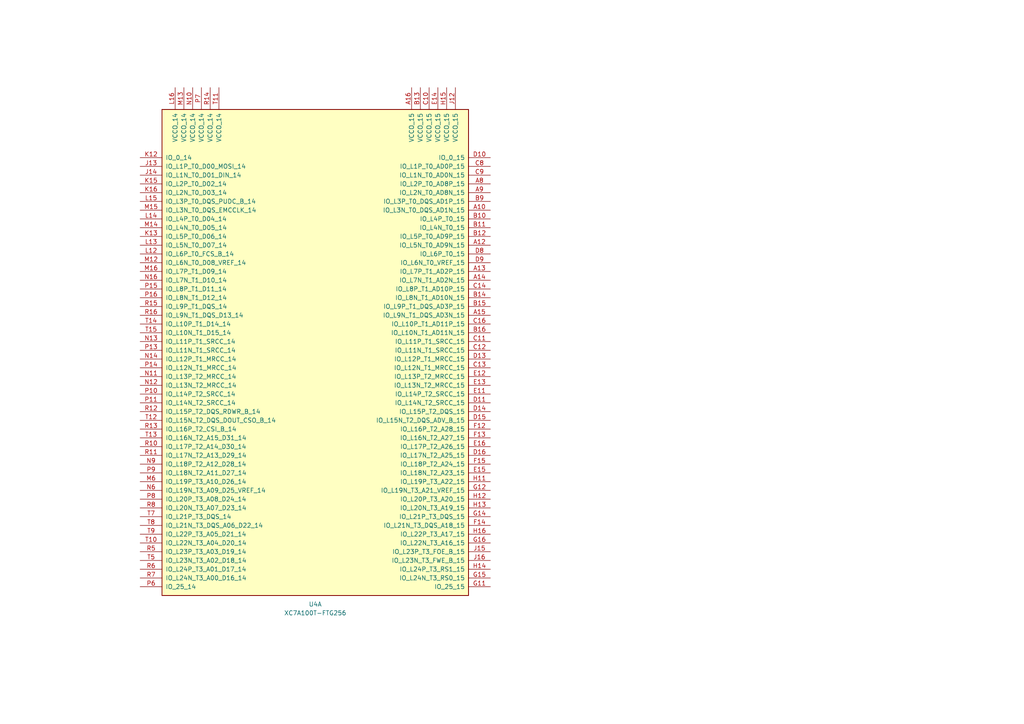
<source format=kicad_sch>
(kicad_sch (version 20231120) (generator "eeschema") (generator_version "8.0")
  (paper "A4")
  (lib_symbols
    (symbol "FPGA_Xilinx_Artix7:XC7A100T-FTG256" (pin_names (offset 1.016))
      (property "Reference" "U" (at 0 1.27 0))
      (property "Value" "XC7A100T-FTG256" (at 0 -1.27 0))
      (symbol "XC7A100T-FTG256_1_1"
        (rectangle (start -44.45 67.31) (end 44.45 -73.66) (stroke (width 0.254)) (fill (type background)))
        (pin bidirectional line (at 50.8 38.1 180) (length 6.35) (name "IO_L3N_T0_DQS_AD1N_15") (number "A10"))
        (pin bidirectional line (at 50.8 27.94 180) (length 6.35) (name "IO_L5N_T0_AD9N_15") (number "A12"))
        (pin bidirectional line (at 50.8 20.32 180) (length 6.35) (name "IO_L7P_T1_AD2P_15") (number "A13"))
        (pin bidirectional line (at 50.8 17.78 180) (length 6.35) (name "IO_L7N_T1_AD2N_15") (number "A14"))
        (pin bidirectional line (at 50.8 7.62 180) (length 6.35) (name "IO_L9N_T1_DQS_AD3N_15") (number "A15"))
        (pin power_in line (at 27.94 73.66 270) (length 6.35) (name "VCCO_15") (number "A16"))
        (pin bidirectional line (at 50.8 45.72 180) (length 6.35) (name "IO_L2P_T0_AD8P_15") (number "A8"))
        (pin bidirectional line (at 50.8 43.18 180) (length 6.35) (name "IO_L2N_T0_AD8N_15") (number "A9"))
        (pin bidirectional line (at 50.8 35.56 180) (length 6.35) (name "IO_L4P_T0_15") (number "B10"))
        (pin bidirectional line (at 50.8 33.02 180) (length 6.35) (name "IO_L4N_T0_15") (number "B11"))
        (pin bidirectional line (at 50.8 30.48 180) (length 6.35) (name "IO_L5P_T0_AD9P_15") (number "B12"))
        (pin power_in line (at 30.48 73.66 270) (length 6.35) (name "VCCO_15") (number "B13"))
        (pin bidirectional line (at 50.8 12.7 180) (length 6.35) (name "IO_L8N_T1_AD10N_15") (number "B14"))
        (pin bidirectional line (at 50.8 10.16 180) (length 6.35) (name "IO_L9P_T1_DQS_AD3P_15") (number "B15"))
        (pin bidirectional line (at 50.8 2.54 180) (length 6.35) (name "IO_L10N_T1_AD11N_15") (number "B16"))
        (pin bidirectional line (at 50.8 40.64 180) (length 6.35) (name "IO_L3P_T0_DQS_AD1P_15") (number "B9"))
        (pin power_in line (at 33.02 73.66 270) (length 6.35) (name "VCCO_15") (number "C10"))
        (pin bidirectional line (at 50.8 0 180) (length 6.35) (name "IO_L11P_T1_SRCC_15") (number "C11"))
        (pin bidirectional line (at 50.8 -2.54 180) (length 6.35) (name "IO_L11N_T1_SRCC_15") (number "C12"))
        (pin bidirectional line (at 50.8 -7.62 180) (length 6.35) (name "IO_L12N_T1_MRCC_15") (number "C13"))
        (pin bidirectional line (at 50.8 15.24 180) (length 6.35) (name "IO_L8P_T1_AD10P_15") (number "C14"))
        (pin bidirectional line (at 50.8 5.08 180) (length 6.35) (name "IO_L10P_T1_AD11P_15") (number "C16"))
        (pin bidirectional line (at 50.8 50.8 180) (length 6.35) (name "IO_L1P_T0_AD0P_15") (number "C8"))
        (pin bidirectional line (at 50.8 48.26 180) (length 6.35) (name "IO_L1N_T0_AD0N_15") (number "C9"))
        (pin bidirectional line (at 50.8 53.34 180) (length 6.35) (name "IO_0_15") (number "D10"))
        (pin bidirectional line (at 50.8 -17.78 180) (length 6.35) (name "IO_L14N_T2_SRCC_15") (number "D11"))
        (pin bidirectional line (at 50.8 -5.08 180) (length 6.35) (name "IO_L12P_T1_MRCC_15") (number "D13"))
        (pin bidirectional line (at 50.8 -20.32 180) (length 6.35) (name "IO_L15P_T2_DQS_15") (number "D14"))
        (pin bidirectional line (at 50.8 -22.86 180) (length 6.35) (name "IO_L15N_T2_DQS_ADV_B_15") (number "D15"))
        (pin bidirectional line (at 50.8 -33.02 180) (length 6.35) (name "IO_L17N_T2_A25_15") (number "D16"))
        (pin bidirectional line (at 50.8 25.4 180) (length 6.35) (name "IO_L6P_T0_15") (number "D8"))
        (pin bidirectional line (at 50.8 22.86 180) (length 6.35) (name "IO_L6N_T0_VREF_15") (number "D9"))
        (pin bidirectional line (at 50.8 -15.24 180) (length 6.35) (name "IO_L14P_T2_SRCC_15") (number "E11"))
        (pin bidirectional line (at 50.8 -10.16 180) (length 6.35) (name "IO_L13P_T2_MRCC_15") (number "E12"))
        (pin bidirectional line (at 50.8 -12.7 180) (length 6.35) (name "IO_L13N_T2_MRCC_15") (number "E13"))
        (pin power_in line (at 35.56 73.66 270) (length 6.35) (name "VCCO_15") (number "E14"))
        (pin bidirectional line (at 50.8 -38.1 180) (length 6.35) (name "IO_L18N_T2_A23_15") (number "E15"))
        (pin bidirectional line (at 50.8 -30.48 180) (length 6.35) (name "IO_L17P_T2_A26_15") (number "E16"))
        (pin bidirectional line (at 50.8 -25.4 180) (length 6.35) (name "IO_L16P_T2_A28_15") (number "F12"))
        (pin bidirectional line (at 50.8 -27.94 180) (length 6.35) (name "IO_L16N_T2_A27_15") (number "F13"))
        (pin bidirectional line (at 50.8 -53.34 180) (length 6.35) (name "IO_L21N_T3_DQS_A18_15") (number "F14"))
        (pin bidirectional line (at 50.8 -35.56 180) (length 6.35) (name "IO_L18P_T2_A24_15") (number "F15"))
        (pin bidirectional line (at 50.8 -71.12 180) (length 6.35) (name "IO_25_15") (number "G11"))
        (pin bidirectional line (at 50.8 -43.18 180) (length 6.35) (name "IO_L19N_T3_A21_VREF_15") (number "G12"))
        (pin bidirectional line (at 50.8 -50.8 180) (length 6.35) (name "IO_L21P_T3_DQS_15") (number "G14"))
        (pin bidirectional line (at 50.8 -68.58 180) (length 6.35) (name "IO_L24N_T3_RS0_15") (number "G15"))
        (pin bidirectional line (at 50.8 -58.42 180) (length 6.35) (name "IO_L22N_T3_A16_15") (number "G16"))
        (pin bidirectional line (at 50.8 -40.64 180) (length 6.35) (name "IO_L19P_T3_A22_15") (number "H11"))
        (pin bidirectional line (at 50.8 -45.72 180) (length 6.35) (name "IO_L20P_T3_A20_15") (number "H12"))
        (pin bidirectional line (at 50.8 -48.26 180) (length 6.35) (name "IO_L20N_T3_A19_15") (number "H13"))
        (pin bidirectional line (at 50.8 -66.04 180) (length 6.35) (name "IO_L24P_T3_RS1_15") (number "H14"))
        (pin power_in line (at 38.1 73.66 270) (length 6.35) (name "VCCO_15") (number "H15"))
        (pin bidirectional line (at 50.8 -55.88 180) (length 6.35) (name "IO_L22P_T3_A17_15") (number "H16"))
        (pin power_in line (at 40.64 73.66 270) (length 6.35) (name "VCCO_15") (number "J12"))
        (pin bidirectional line (at -50.8 50.8 0) (length 6.35) (name "IO_L1P_T0_D00_MOSI_14") (number "J13"))
        (pin bidirectional line (at -50.8 48.26 0) (length 6.35) (name "IO_L1N_T0_D01_DIN_14") (number "J14"))
        (pin bidirectional line (at 50.8 -60.96 180) (length 6.35) (name "IO_L23P_T3_FOE_B_15") (number "J15"))
        (pin bidirectional line (at 50.8 -63.5 180) (length 6.35) (name "IO_L23N_T3_FWE_B_15") (number "J16"))
        (pin bidirectional line (at -50.8 53.34 0) (length 6.35) (name "IO_0_14") (number "K12"))
        (pin bidirectional line (at -50.8 30.48 0) (length 6.35) (name "IO_L5P_T0_D06_14") (number "K13"))
        (pin bidirectional line (at -50.8 45.72 0) (length 6.35) (name "IO_L2P_T0_D02_14") (number "K15"))
        (pin bidirectional line (at -50.8 43.18 0) (length 6.35) (name "IO_L2N_T0_D03_14") (number "K16"))
        (pin bidirectional line (at -50.8 25.4 0) (length 6.35) (name "IO_L6P_T0_FCS_B_14") (number "L12"))
        (pin bidirectional line (at -50.8 27.94 0) (length 6.35) (name "IO_L5N_T0_D07_14") (number "L13"))
        (pin bidirectional line (at -50.8 35.56 0) (length 6.35) (name "IO_L4P_T0_D04_14") (number "L14"))
        (pin bidirectional line (at -50.8 40.64 0) (length 6.35) (name "IO_L3P_T0_DQS_PUDC_B_14") (number "L15"))
        (pin power_in line (at -40.64 73.66 270) (length 6.35) (name "VCCO_14") (number "L16"))
        (pin bidirectional line (at -50.8 22.86 0) (length 6.35) (name "IO_L6N_T0_D08_VREF_14") (number "M12"))
        (pin power_in line (at -38.1 73.66 270) (length 6.35) (name "VCCO_14") (number "M13"))
        (pin bidirectional line (at -50.8 33.02 0) (length 6.35) (name "IO_L4N_T0_D05_14") (number "M14"))
        (pin bidirectional line (at -50.8 38.1 0) (length 6.35) (name "IO_L3N_T0_DQS_EMCCLK_14") (number "M15"))
        (pin bidirectional line (at -50.8 20.32 0) (length 6.35) (name "IO_L7P_T1_D09_14") (number "M16"))
        (pin bidirectional line (at -50.8 -40.64 0) (length 6.35) (name "IO_L19P_T3_A10_D26_14") (number "M6"))
        (pin power_in line (at -35.56 73.66 270) (length 6.35) (name "VCCO_14") (number "N10"))
        (pin bidirectional line (at -50.8 -10.16 0) (length 6.35) (name "IO_L13P_T2_MRCC_14") (number "N11"))
        (pin bidirectional line (at -50.8 -12.7 0) (length 6.35) (name "IO_L13N_T2_MRCC_14") (number "N12"))
        (pin bidirectional line (at -50.8 0 0) (length 6.35) (name "IO_L11P_T1_SRCC_14") (number "N13"))
        (pin bidirectional line (at -50.8 -5.08 0) (length 6.35) (name "IO_L12P_T1_MRCC_14") (number "N14"))
        (pin bidirectional line (at -50.8 17.78 0) (length 6.35) (name "IO_L7N_T1_D10_14") (number "N16"))
        (pin bidirectional line (at -50.8 -43.18 0) (length 6.35) (name "IO_L19N_T3_A09_D25_VREF_14") (number "N6"))
        (pin bidirectional line (at -50.8 -35.56 0) (length 6.35) (name "IO_L18P_T2_A12_D28_14") (number "N9"))
        (pin bidirectional line (at -50.8 -15.24 0) (length 6.35) (name "IO_L14P_T2_SRCC_14") (number "P10"))
        (pin bidirectional line (at -50.8 -17.78 0) (length 6.35) (name "IO_L14N_T2_SRCC_14") (number "P11"))
        (pin bidirectional line (at -50.8 -2.54 0) (length 6.35) (name "IO_L11N_T1_SRCC_14") (number "P13"))
        (pin bidirectional line (at -50.8 -7.62 0) (length 6.35) (name "IO_L12N_T1_MRCC_14") (number "P14"))
        (pin bidirectional line (at -50.8 15.24 0) (length 6.35) (name "IO_L8P_T1_D11_14") (number "P15"))
        (pin bidirectional line (at -50.8 12.7 0) (length 6.35) (name "IO_L8N_T1_D12_14") (number "P16"))
        (pin bidirectional line (at -50.8 -71.12 0) (length 6.35) (name "IO_25_14") (number "P6"))
        (pin power_in line (at -33.02 73.66 270) (length 6.35) (name "VCCO_14") (number "P7"))
        (pin bidirectional line (at -50.8 -45.72 0) (length 6.35) (name "IO_L20P_T3_A08_D24_14") (number "P8"))
        (pin bidirectional line (at -50.8 -38.1 0) (length 6.35) (name "IO_L18N_T2_A11_D27_14") (number "P9"))
        (pin bidirectional line (at -50.8 -30.48 0) (length 6.35) (name "IO_L17P_T2_A14_D30_14") (number "R10"))
        (pin bidirectional line (at -50.8 -33.02 0) (length 6.35) (name "IO_L17N_T2_A13_D29_14") (number "R11"))
        (pin bidirectional line (at -50.8 -20.32 0) (length 6.35) (name "IO_L15P_T2_DQS_RDWR_B_14") (number "R12"))
        (pin bidirectional line (at -50.8 -25.4 0) (length 6.35) (name "IO_L16P_T2_CSI_B_14") (number "R13"))
        (pin power_in line (at -30.48 73.66 270) (length 6.35) (name "VCCO_14") (number "R14"))
        (pin bidirectional line (at -50.8 10.16 0) (length 6.35) (name "IO_L9P_T1_DQS_14") (number "R15"))
        (pin bidirectional line (at -50.8 7.62 0) (length 6.35) (name "IO_L9N_T1_DQS_D13_14") (number "R16"))
        (pin bidirectional line (at -50.8 -60.96 0) (length 6.35) (name "IO_L23P_T3_A03_D19_14") (number "R5"))
        (pin bidirectional line (at -50.8 -66.04 0) (length 6.35) (name "IO_L24P_T3_A01_D17_14") (number "R6"))
        (pin bidirectional line (at -50.8 -68.58 0) (length 6.35) (name "IO_L24N_T3_A00_D16_14") (number "R7"))
        (pin bidirectional line (at -50.8 -48.26 0) (length 6.35) (name "IO_L20N_T3_A07_D23_14") (number "R8"))
        (pin bidirectional line (at -50.8 -58.42 0) (length 6.35) (name "IO_L22N_T3_A04_D20_14") (number "T10"))
        (pin power_in line (at -27.94 73.66 270) (length 6.35) (name "VCCO_14") (number "T11"))
        (pin bidirectional line (at -50.8 -22.86 0) (length 6.35) (name "IO_L15N_T2_DQS_DOUT_CSO_B_14") (number "T12"))
        (pin bidirectional line (at -50.8 -27.94 0) (length 6.35) (name "IO_L16N_T2_A15_D31_14") (number "T13"))
        (pin bidirectional line (at -50.8 5.08 0) (length 6.35) (name "IO_L10P_T1_D14_14") (number "T14"))
        (pin bidirectional line (at -50.8 2.54 0) (length 6.35) (name "IO_L10N_T1_D15_14") (number "T15"))
        (pin bidirectional line (at -50.8 -63.5 0) (length 6.35) (name "IO_L23N_T3_A02_D18_14") (number "T5"))
        (pin bidirectional line (at -50.8 -50.8 0) (length 6.35) (name "IO_L21P_T3_DQS_14") (number "T7"))
        (pin bidirectional line (at -50.8 -53.34 0) (length 6.35) (name "IO_L21N_T3_DQS_A06_D22_14") (number "T8"))
        (pin bidirectional line (at -50.8 -55.88 0) (length 6.35) (name "IO_L22P_T3_A05_D21_14") (number "T9"))
      )
      (symbol "XC7A100T-FTG256_2_1"
        (rectangle (start -44.45 67.31) (end 44.45 -73.66) (stroke (width 0.254)) (fill (type background)))
        (pin bidirectional line (at 50.8 12.7 180) (length 6.35) (name "IO_L8N_T1_AD14N_35") (number "A2"))
        (pin bidirectional line (at 50.8 33.02 180) (length 6.35) (name "IO_L4N_T0_35") (number "A3"))
        (pin bidirectional line (at 50.8 38.1 180) (length 6.35) (name "IO_L3N_T0_DQS_AD5N_35") (number "A4"))
        (pin bidirectional line (at 50.8 40.64 180) (length 6.35) (name "IO_L3P_T0_DQS_AD5P_35") (number "A5"))
        (pin power_in line (at 27.94 73.66 270) (length 6.35) (name "VCCO_35") (number "A6"))
        (pin bidirectional line (at 50.8 48.26 180) (length 6.35) (name "IO_L1N_T0_AD4N_35") (number "A7"))
        (pin bidirectional line (at 50.8 7.62 180) (length 6.35) (name "IO_L9N_T1_DQS_AD7N_35") (number "B1"))
        (pin bidirectional line (at 50.8 15.24 180) (length 6.35) (name "IO_L8P_T1_AD14P_35") (number "B2"))
        (pin power_in line (at 30.48 73.66 270) (length 6.35) (name "VCCO_35") (number "B3"))
        (pin bidirectional line (at 50.8 35.56 180) (length 6.35) (name "IO_L4P_T0_35") (number "B4"))
        (pin bidirectional line (at 50.8 43.18 180) (length 6.35) (name "IO_L2N_T0_AD12N_35") (number "B5"))
        (pin bidirectional line (at 50.8 45.72 180) (length 6.35) (name "IO_L2P_T0_AD12P_35") (number "B6"))
        (pin bidirectional line (at 50.8 50.8 180) (length 6.35) (name "IO_L1P_T0_AD4P_35") (number "B7"))
        (pin bidirectional line (at 50.8 10.16 180) (length 6.35) (name "IO_L9P_T1_DQS_AD7P_35") (number "C1"))
        (pin bidirectional line (at 50.8 17.78 180) (length 6.35) (name "IO_L7N_T1_AD6N_35") (number "C2"))
        (pin bidirectional line (at 50.8 20.32 180) (length 6.35) (name "IO_L7P_T1_AD6P_35") (number "C3"))
        (pin bidirectional line (at 50.8 -7.62 180) (length 6.35) (name "IO_L12N_T1_MRCC_35") (number "C4"))
        (pin bidirectional line (at 50.8 27.94 180) (length 6.35) (name "IO_L5N_T0_AD13N_35") (number "C6"))
        (pin bidirectional line (at 50.8 30.48 180) (length 6.35) (name "IO_L5P_T0_AD13P_35") (number "C7"))
        (pin bidirectional line (at 50.8 2.54 180) (length 6.35) (name "IO_L10N_T1_AD15N_35") (number "D1"))
        (pin bidirectional line (at 50.8 -2.54 180) (length 6.35) (name "IO_L11N_T1_SRCC_35") (number "D3"))
        (pin bidirectional line (at 50.8 -5.08 180) (length 6.35) (name "IO_L12P_T1_MRCC_35") (number "D4"))
        (pin bidirectional line (at 50.8 22.86 180) (length 6.35) (name "IO_L6N_T0_VREF_35") (number "D5"))
        (pin bidirectional line (at 50.8 25.4 180) (length 6.35) (name "IO_L6P_T0_35") (number "D6"))
        (pin power_in line (at 33.02 73.66 270) (length 6.35) (name "VCCO_35") (number "D7"))
        (pin bidirectional line (at 50.8 -22.86 180) (length 6.35) (name "IO_L15N_T2_DQS_35") (number "E1"))
        (pin bidirectional line (at 50.8 5.08 180) (length 6.35) (name "IO_L10P_T1_AD15P_35") (number "E2"))
        (pin bidirectional line (at 50.8 0 180) (length 6.35) (name "IO_L11P_T1_SRCC_35") (number "E3"))
        (pin power_in line (at 35.56 73.66 270) (length 6.35) (name "VCCO_35") (number "E4"))
        (pin bidirectional line (at 50.8 -12.7 180) (length 6.35) (name "IO_L13N_T2_MRCC_35") (number "E5"))
        (pin bidirectional line (at 50.8 53.34 180) (length 6.35) (name "IO_0_35") (number "E6"))
        (pin power_in line (at 38.1 73.66 270) (length 6.35) (name "VCCO_35") (number "F1"))
        (pin bidirectional line (at 50.8 -20.32 180) (length 6.35) (name "IO_L15P_T2_DQS_35") (number "F2"))
        (pin bidirectional line (at 50.8 -17.78 180) (length 6.35) (name "IO_L14N_T2_SRCC_35") (number "F3"))
        (pin bidirectional line (at 50.8 -15.24 180) (length 6.35) (name "IO_L14P_T2_SRCC_35") (number "F4"))
        (pin bidirectional line (at 50.8 -10.16 180) (length 6.35) (name "IO_L13P_T2_MRCC_35") (number "F5"))
        (pin bidirectional line (at 50.8 -33.02 180) (length 6.35) (name "IO_L17N_T2_35") (number "G1"))
        (pin bidirectional line (at 50.8 -30.48 180) (length 6.35) (name "IO_L17P_T2_35") (number "G2"))
        (pin bidirectional line (at 50.8 -27.94 180) (length 6.35) (name "IO_L16N_T2_35") (number "G4"))
        (pin bidirectional line (at 50.8 -25.4 180) (length 6.35) (name "IO_L16P_T2_35") (number "G5"))
        (pin bidirectional line (at 50.8 -48.26 180) (length 6.35) (name "IO_L20N_T3_35") (number "H1"))
        (pin bidirectional line (at 50.8 -45.72 180) (length 6.35) (name "IO_L20P_T3_35") (number "H2"))
        (pin bidirectional line (at 50.8 -53.34 180) (length 6.35) (name "IO_L21N_T3_DQS_35") (number "H3"))
        (pin bidirectional line (at 50.8 -38.1 180) (length 6.35) (name "IO_L18N_T2_35") (number "H4"))
        (pin bidirectional line (at 50.8 -35.56 180) (length 6.35) (name "IO_L18P_T2_35") (number "H5"))
        (pin bidirectional line (at 50.8 -58.42 180) (length 6.35) (name "IO_L22N_T3_35") (number "J1"))
        (pin power_in line (at 40.64 73.66 270) (length 6.35) (name "VCCO_35") (number "J2"))
        (pin bidirectional line (at 50.8 -50.8 180) (length 6.35) (name "IO_L21P_T3_DQS_35") (number "J3"))
        (pin bidirectional line (at 50.8 -43.18 180) (length 6.35) (name "IO_L19N_T3_VREF_35") (number "J4"))
        (pin bidirectional line (at 50.8 -40.64 180) (length 6.35) (name "IO_L19P_T3_35") (number "J5"))
        (pin bidirectional line (at 50.8 -55.88 180) (length 6.35) (name "IO_L22P_T3_35") (number "K1"))
        (pin bidirectional line (at 50.8 -68.58 180) (length 6.35) (name "IO_L24N_T3_35") (number "K2"))
        (pin bidirectional line (at 50.8 -66.04 180) (length 6.35) (name "IO_L24P_T3_35") (number "K3"))
        (pin bidirectional line (at 50.8 -71.12 180) (length 6.35) (name "IO_25_35") (number "K5"))
        (pin bidirectional line (at 50.8 -63.5 180) (length 6.35) (name "IO_L23N_T3_35") (number "L2"))
        (pin bidirectional line (at 50.8 -60.96 180) (length 6.35) (name "IO_L23P_T3_35") (number "L3"))
        (pin bidirectional line (at -50.8 50.8 0) (length 6.35) (name "IO_L1P_T0_34") (number "L4"))
        (pin bidirectional line (at -50.8 53.34 0) (length 6.35) (name "IO_0_34") (number "L5"))
        (pin bidirectional line (at -50.8 43.18 0) (length 6.35) (name "IO_L2N_T0_34") (number "M1"))
        (pin bidirectional line (at -50.8 45.72 0) (length 6.35) (name "IO_L2P_T0_34") (number "M2"))
        (pin power_in line (at -40.64 73.66 270) (length 6.35) (name "VCCO_34") (number "M3"))
        (pin bidirectional line (at -50.8 48.26 0) (length 6.35) (name "IO_L1N_T0_34") (number "M4"))
        (pin bidirectional line (at -50.8 25.4 0) (length 6.35) (name "IO_L6P_T0_34") (number "M5"))
        (pin bidirectional line (at -50.8 35.56 0) (length 6.35) (name "IO_L4P_T0_34") (number "N1"))
        (pin bidirectional line (at -50.8 38.1 0) (length 6.35) (name "IO_L3N_T0_DQS_34") (number "N2"))
        (pin bidirectional line (at -50.8 40.64 0) (length 6.35) (name "IO_L3P_T0_DQS_34") (number "N3"))
        (pin bidirectional line (at -50.8 22.86 0) (length 6.35) (name "IO_L6N_T0_VREF_34") (number "N4"))
        (pin bidirectional line (at -50.8 33.02 0) (length 6.35) (name "IO_L4N_T0_34") (number "P1"))
        (pin bidirectional line (at -50.8 27.94 0) (length 6.35) (name "IO_L5N_T0_34") (number "P3"))
        (pin bidirectional line (at -50.8 30.48 0) (length 6.35) (name "IO_L5P_T0_34") (number "P4"))
        (pin bidirectional line (at -50.8 5.08 0) (length 6.35) (name "IO_L10P_T1_34") (number "P5"))
        (pin bidirectional line (at -50.8 17.78 0) (length 6.35) (name "IO_L7N_T1_34") (number "R1"))
        (pin bidirectional line (at -50.8 20.32 0) (length 6.35) (name "IO_L7P_T1_34") (number "R2"))
        (pin bidirectional line (at -50.8 15.24 0) (length 6.35) (name "IO_L8P_T1_34") (number "R3"))
        (pin power_in line (at -38.1 73.66 270) (length 6.35) (name "VCCO_34") (number "R4"))
        (pin power_in line (at -35.56 73.66 270) (length 6.35) (name "VCCO_34") (number "T1"))
        (pin bidirectional line (at -50.8 12.7 0) (length 6.35) (name "IO_L8N_T1_34") (number "T2"))
        (pin bidirectional line (at -50.8 7.62 0) (length 6.35) (name "IO_L9N_T1_DQS_34") (number "T3"))
        (pin bidirectional line (at -50.8 10.16 0) (length 6.35) (name "IO_L9P_T1_DQS_34") (number "T4"))
      )
      (symbol "XC7A100T-FTG256_3_1"
        (rectangle (start -31.75 34.29) (end 31.75 -40.64) (stroke (width 0.254)) (fill (type background)))
        (pin bidirectional line (at 38.1 -15.24 180) (length 6.35) (name "CFGBVS_0") (number "E7"))
        (pin bidirectional line (at 38.1 7.62 180) (length 6.35) (name "CCLK_0") (number "E8"))
        (pin bidirectional line (at 38.1 -5.08 180) (length 6.35) (name "DONE_0") (number "H10"))
        (pin bidirectional line (at 38.1 -30.48 180) (length 6.35) (name "VREFN_0") (number "H7"))
        (pin bidirectional line (at 38.1 -20.32 180) (length 6.35) (name "VP_0") (number "H8"))
        (pin bidirectional line (at 38.1 -22.86 180) (length 6.35) (name "VN_0") (number "J7"))
        (pin bidirectional line (at 38.1 -27.94 180) (length 6.35) (name "VREFP_0") (number "J8"))
        (pin bidirectional line (at 38.1 -7.62 180) (length 6.35) (name "INIT_B_0") (number "K10"))
        (pin bidirectional line (at 38.1 -38.1 180) (length 6.35) (name "DXN_0") (number "K7"))
        (pin bidirectional line (at 38.1 -35.56 180) (length 6.35) (name "DXP_0") (number "K8"))
        (pin power_in line (at 27.94 40.64 270) (length 6.35) (name "VCCO_0") (number "L6"))
        (pin bidirectional line (at 38.1 12.7 180) (length 6.35) (name "TCK_0") (number "L7"))
        (pin bidirectional line (at 38.1 -10.16 180) (length 6.35) (name "PROGRAM_B_0") (number "L9"))
        (pin bidirectional line (at 38.1 2.54 180) (length 6.35) (name "M1_0") (number "M10"))
        (pin bidirectional line (at 38.1 0 180) (length 6.35) (name "M2_0") (number "M11"))
        (pin bidirectional line (at 38.1 15.24 180) (length 6.35) (name "TMS_0") (number "M7"))
        (pin bidirectional line (at 38.1 5.08 180) (length 6.35) (name "M0_0") (number "M9"))
        (pin bidirectional line (at 38.1 20.32 180) (length 6.35) (name "TDI_0") (number "N7"))
        (pin bidirectional line (at 38.1 17.78 180) (length 6.35) (name "TDO_0") (number "N8"))
      )
      (symbol "XC7A100T-FTG256_4_1"
        (rectangle (start -19.05 35.56) (end 19.05 -35.56) (stroke (width 0.254)) (fill (type background)))
        (pin power_in line (at -25.4 2.54 0) (length 6.35) (name "GND") (number "A1"))
        (pin power_in line (at -25.4 0 0) (length 6.35) (name "GND") (number "A11"))
        (pin power_in line (at -25.4 -2.54 0) (length 6.35) (name "GND") (number "B8"))
        (pin power_in line (at -25.4 -7.62 0) (length 6.35) (name "GND") (number "C15"))
        (pin power_in line (at -25.4 -5.08 0) (length 6.35) (name "GND") (number "C5"))
        (pin power_in line (at -25.4 -12.7 0) (length 6.35) (name "GND") (number "D12"))
        (pin power_in line (at -25.4 -10.16 0) (length 6.35) (name "GND") (number "D2"))
        (pin power_in line (at -25.4 12.7 0) (length 6.35) (name "VCCBRAM") (number "E10"))
        (pin power_in line (at -25.4 -15.24 0) (length 6.35) (name "GND") (number "E9"))
        (pin power_in line (at -25.4 -20.32 0) (length 6.35) (name "GND") (number "F10"))
        (pin power_in line (at -25.4 10.16 0) (length 6.35) (name "VCCBRAM") (number "F11"))
        (pin power_in line (at -25.4 -22.86 0) (length 6.35) (name "GND") (number "F16"))
        (pin power_in line (at -25.4 -17.78 0) (length 6.35) (name "GND") (number "F6"))
        (pin power_in line (at 25.4 33.02 180) (length 6.35) (name "VCCINT") (number "F7"))
        (pin power_in line (at -25.4 15.24 0) (length 6.35) (name "VCCBATT_0") (number "F8"))
        (pin power_in line (at 25.4 30.48 180) (length 6.35) (name "VCCINT") (number "F9"))
        (pin power_in line (at -25.4 33.02 0) (length 6.35) (name "VCCAUX") (number "G10"))
        (pin power_in line (at -25.4 -30.48 0) (length 6.35) (name "GND") (number "G13"))
        (pin power_in line (at -25.4 -25.4 0) (length 6.35) (name "GND") (number "G3"))
        (pin power_in line (at 25.4 27.94 180) (length 6.35) (name "VCCINT") (number "G6"))
        (pin power_in line (at -25.4 20.32 0) (length 6.35) (name "GNDADC_0") (number "G7"))
        (pin power_in line (at -25.4 17.78 0) (length 6.35) (name "VCCADC_0") (number "G8"))
        (pin power_in line (at -25.4 -27.94 0) (length 6.35) (name "GND") (number "G9"))
        (pin power_in line (at -25.4 -33.02 0) (length 6.35) (name "GND") (number "H6"))
        (pin power_in line (at 25.4 25.4 180) (length 6.35) (name "VCCINT") (number "H9"))
        (pin power_in line (at -25.4 30.48 0) (length 6.35) (name "VCCAUX") (number "J10"))
        (pin power_in line (at 25.4 0 180) (length 6.35) (name "GND") (number "J11"))
        (pin power_in line (at 25.4 22.86 180) (length 6.35) (name "VCCINT") (number "J6"))
        (pin power_in line (at 25.4 2.54 180) (length 6.35) (name "GND") (number "J9"))
        (pin power_in line (at -25.4 27.94 0) (length 6.35) (name "VCCAUX") (number "K11"))
        (pin power_in line (at 25.4 -7.62 180) (length 6.35) (name "GND") (number "K14"))
        (pin power_in line (at 25.4 -2.54 180) (length 6.35) (name "GND") (number "K4"))
        (pin power_in line (at 25.4 -5.08 180) (length 6.35) (name "GND") (number "K6"))
        (pin power_in line (at 25.4 20.32 180) (length 6.35) (name "VCCINT") (number "K9"))
        (pin power_in line (at 25.4 -10.16 180) (length 6.35) (name "GND") (number "L1"))
        (pin power_in line (at -25.4 25.4 0) (length 6.35) (name "VCCAUX") (number "L10"))
        (pin power_in line (at 25.4 -12.7 180) (length 6.35) (name "GND") (number "L11"))
        (pin power_in line (at 25.4 17.78 180) (length 6.35) (name "VCCINT") (number "L8"))
        (pin power_in line (at 25.4 -15.24 180) (length 6.35) (name "GND") (number "M8"))
        (pin power_in line (at 25.4 -20.32 180) (length 6.35) (name "GND") (number "N15"))
        (pin power_in line (at 25.4 -17.78 180) (length 6.35) (name "GND") (number "N5"))
        (pin power_in line (at 25.4 -25.4 180) (length 6.35) (name "GND") (number "P12"))
        (pin power_in line (at 25.4 -22.86 180) (length 6.35) (name "GND") (number "P2"))
        (pin power_in line (at 25.4 -27.94 180) (length 6.35) (name "GND") (number "R9"))
        (pin power_in line (at 25.4 -33.02 180) (length 6.35) (name "GND") (number "T16"))
        (pin power_in line (at 25.4 -30.48 180) (length 6.35) (name "GND") (number "T6"))
      )
    )
  )
  (symbol (lib_id "FPGA_Xilinx_Artix7:XC7A100T-FTG256") (at 91.44 99.06 0) (unit 1)
    (property "Reference" "U4" (at 91.44 175.26 0))
    (property "Value" "XC7A100T-FTG256" (at 91.44 177.8 0))
    (property "Description" "Artix 7 T 100 XC7A100T-FTG256" (effects (hide yes)))
  )
)
</source>
